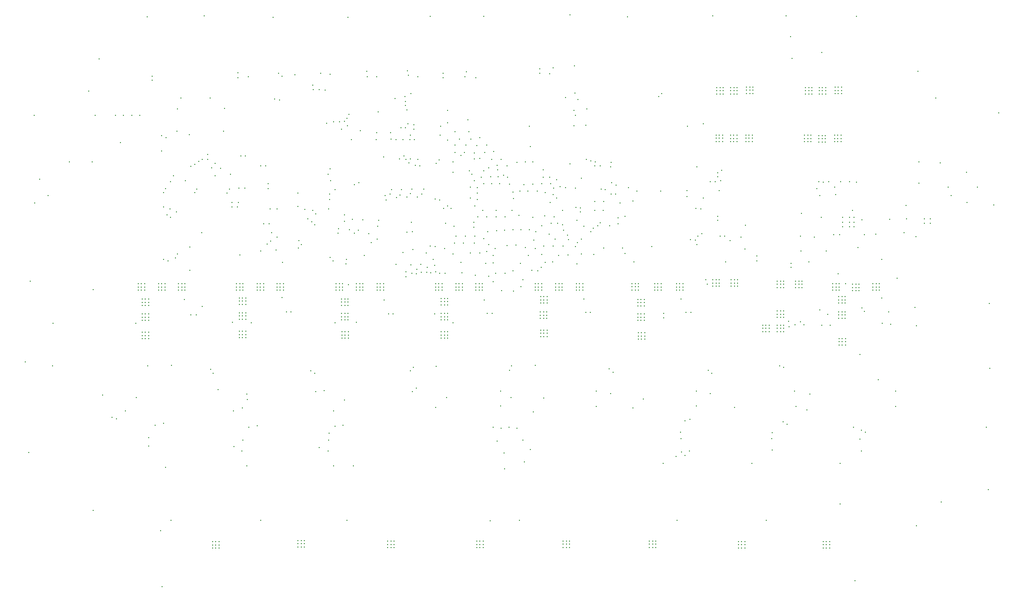
<source format=gbr>
%TF.GenerationSoftware,Altium Limited,Altium Designer,23.11.1 (41)*%
G04 Layer_Color=255*
%FSLAX45Y45*%
%MOMM*%
%TF.SameCoordinates,42F4153E-1698-40C0-8701-72EE62771F10*%
%TF.FilePolarity,Positive*%
%TF.FileFunction,Other,Filling*%
%TF.Part,Single*%
G01*
G75*
%TA.AperFunction,SMDPad,CuDef*%
%ADD113C,0.30000*%
D113*
X10685000Y6910000D02*
D03*
X11095000D02*
D03*
X9785000Y6315000D02*
D03*
X9670000Y6030000D02*
D03*
X9740000Y6090000D02*
D03*
X10149300Y6939680D02*
D03*
X10078500Y6945000D02*
D03*
X9660000Y6415000D02*
D03*
X9721026Y6554111D02*
D03*
X9722559Y6627441D02*
D03*
X9650000Y6630000D02*
D03*
X9435000Y6245000D02*
D03*
X9940000Y6280000D02*
D03*
X10065000Y6371154D02*
D03*
X10020684Y6315684D02*
D03*
X9904225Y6218672D02*
D03*
X8310000Y7275000D02*
D03*
X8410000Y7185000D02*
D03*
X7960000Y6765000D02*
D03*
Y6880000D02*
D03*
X7965000Y6975000D02*
D03*
X8070000Y7040000D02*
D03*
X8205000D02*
D03*
X8345000D02*
D03*
X9320000Y6795000D02*
D03*
X9260000Y6855000D02*
D03*
X9060000Y7035000D02*
D03*
X8910000Y7030000D02*
D03*
X8755000Y7025000D02*
D03*
X8055000Y6585000D02*
D03*
X8280000D02*
D03*
X8555000D02*
D03*
X7955000Y7695000D02*
D03*
X8300000Y7350000D02*
D03*
X8085000Y7575000D02*
D03*
X8205000Y7455000D02*
D03*
X8480000Y7150000D02*
D03*
X8515000Y7030000D02*
D03*
X8570000Y6895000D02*
D03*
X8580000Y6785000D02*
D03*
X9190000Y6175000D02*
D03*
X8690000Y6910000D02*
D03*
X8825000D02*
D03*
X8985000D02*
D03*
X9120000Y6890000D02*
D03*
X8440000Y6475000D02*
D03*
X8670000Y6495000D02*
D03*
X8910000Y6460000D02*
D03*
X9110000Y6485000D02*
D03*
X8120000Y6475000D02*
D03*
X7920000Y6655000D02*
D03*
X8285000Y6475000D02*
D03*
X7970000D02*
D03*
X9275000Y6470500D02*
D03*
X9420000Y6340000D02*
D03*
Y6585000D02*
D03*
X7905000Y6375000D02*
D03*
X9060000Y6320000D02*
D03*
X9225000Y6360000D02*
D03*
X9330000D02*
D03*
X7910000Y6025000D02*
D03*
X8955000Y5930000D02*
D03*
X9095000Y5970000D02*
D03*
X9260000D02*
D03*
X7920000Y6145000D02*
D03*
X7406000Y5930000D02*
D03*
X8125000Y5875000D02*
D03*
X7725000Y6025000D02*
D03*
X7760000Y6145000D02*
D03*
X7600000D02*
D03*
X8235000Y5810000D02*
D03*
X7900000Y6290000D02*
D03*
X8235000Y5685000D02*
D03*
X7576157Y6026382D02*
D03*
X8435000Y5510000D02*
D03*
X8575000Y5550000D02*
D03*
X8700000Y5675000D02*
D03*
X8160000Y6000000D02*
D03*
X8785000Y5950000D02*
D03*
X8925000Y6075000D02*
D03*
X8075000Y6100000D02*
D03*
X8470000Y5980000D02*
D03*
X8620000Y5985000D02*
D03*
X8140000Y6220000D02*
D03*
X8295000Y6235000D02*
D03*
X8425000Y6245000D02*
D03*
X8570000Y6255000D02*
D03*
X8710000D02*
D03*
X8855000D02*
D03*
X8965000Y6215000D02*
D03*
X8265000Y5930000D02*
D03*
X8275000Y5510000D02*
D03*
X11045000Y5325000D02*
D03*
Y5270000D02*
D03*
X11100000D02*
D03*
X11045000Y5215000D02*
D03*
X10990000D02*
D03*
X11100000D02*
D03*
X10990000Y5270000D02*
D03*
Y5325000D02*
D03*
X11100000D02*
D03*
X10660000Y5330000D02*
D03*
Y5275000D02*
D03*
X10715000D02*
D03*
X10660000Y5220000D02*
D03*
X10605000D02*
D03*
X10715000D02*
D03*
X10605000Y5275000D02*
D03*
Y5330000D02*
D03*
X10715000D02*
D03*
X10760000Y5060000D02*
D03*
Y5005000D02*
D03*
X10815000D02*
D03*
X10705000Y5005000D02*
D03*
Y5060000D02*
D03*
X10815000D02*
D03*
X10760000Y4755000D02*
D03*
X10815000D02*
D03*
X10760000Y4700000D02*
D03*
X10705000D02*
D03*
X10815000D02*
D03*
X10705000Y4755000D02*
D03*
X9095000Y4845000D02*
D03*
Y4790000D02*
D03*
X9040000Y4790000D02*
D03*
Y4845000D02*
D03*
X9150000D02*
D03*
X9100000Y5105000D02*
D03*
Y5050000D02*
D03*
X9155000D02*
D03*
X9100000Y4995000D02*
D03*
X9045000D02*
D03*
X9155000D02*
D03*
X9045000Y5050000D02*
D03*
Y5105000D02*
D03*
X9155000D02*
D03*
X9355000Y5325000D02*
D03*
Y5270000D02*
D03*
X9410000D02*
D03*
X9355000Y5215000D02*
D03*
X9300000D02*
D03*
X9410000D02*
D03*
X9300000Y5270000D02*
D03*
Y5325000D02*
D03*
X9410000D02*
D03*
X9710000D02*
D03*
Y5270000D02*
D03*
X9765000D02*
D03*
X9710000Y5215000D02*
D03*
X9655000D02*
D03*
X9765000D02*
D03*
X9655000Y5270000D02*
D03*
Y5325000D02*
D03*
X9765000D02*
D03*
X9005000D02*
D03*
Y5270000D02*
D03*
X9060000D02*
D03*
X9005000Y5215000D02*
D03*
X8950000D02*
D03*
X9060000D02*
D03*
X8950000Y5270000D02*
D03*
Y5325000D02*
D03*
X9060000D02*
D03*
X7995000D02*
D03*
Y5270000D02*
D03*
Y5215000D02*
D03*
X8050000D02*
D03*
X7940000Y5270000D02*
D03*
Y5325000D02*
D03*
X8050000D02*
D03*
X7650000Y5270000D02*
D03*
X7705000D02*
D03*
X7650000Y5215000D02*
D03*
X7595000D02*
D03*
X7705000D02*
D03*
X7595000Y5270000D02*
D03*
X7305000Y5270000D02*
D03*
X7360000D02*
D03*
X7305000Y5215000D02*
D03*
X7250000D02*
D03*
X7360000D02*
D03*
X7250000Y5270000D02*
D03*
X7400000Y5075000D02*
D03*
Y5020000D02*
D03*
X7455000D02*
D03*
X7400000Y4965000D02*
D03*
X7345000D02*
D03*
X7455000D02*
D03*
X7345000Y5020000D02*
D03*
Y5075000D02*
D03*
X7455000D02*
D03*
X7400000Y4820000D02*
D03*
Y4765000D02*
D03*
X7455000D02*
D03*
X7400000Y4710000D02*
D03*
X7345000D02*
D03*
X7455000D02*
D03*
X7345000Y4765000D02*
D03*
Y4820000D02*
D03*
X7455000D02*
D03*
X5955000Y5325000D02*
D03*
Y5270000D02*
D03*
X6010000D02*
D03*
X5955000Y5215000D02*
D03*
X5900000D02*
D03*
X6010000D02*
D03*
X5900000Y5270000D02*
D03*
Y5325000D02*
D03*
X6010000D02*
D03*
X6305000D02*
D03*
Y5270000D02*
D03*
X6360000D02*
D03*
X6305000Y5215000D02*
D03*
X6250000D02*
D03*
X6360000D02*
D03*
X6250000Y5270000D02*
D03*
Y5325000D02*
D03*
X6360000D02*
D03*
X5605000D02*
D03*
Y5270000D02*
D03*
X5660000D02*
D03*
X5605000Y5215000D02*
D03*
X5550000D02*
D03*
X5660000D02*
D03*
X5550000Y5270000D02*
D03*
Y5325000D02*
D03*
X5660000D02*
D03*
X5700000Y5070000D02*
D03*
Y5015000D02*
D03*
X5755000D02*
D03*
X5700000Y4960000D02*
D03*
X5645000D02*
D03*
X5755000D02*
D03*
X5645000Y5015000D02*
D03*
Y5070000D02*
D03*
X5755000D02*
D03*
X5700000Y4820000D02*
D03*
Y4765000D02*
D03*
X5755000D02*
D03*
X5700000Y4710000D02*
D03*
X5645000D02*
D03*
X5755000D02*
D03*
X5645000Y4765000D02*
D03*
Y4820000D02*
D03*
X5755000D02*
D03*
X4255000Y5325000D02*
D03*
Y5270000D02*
D03*
X4310000D02*
D03*
X4255000Y5215000D02*
D03*
X4200000D02*
D03*
X4310000D02*
D03*
X4200000Y5270000D02*
D03*
Y5325000D02*
D03*
X4310000D02*
D03*
X4595000D02*
D03*
Y5270000D02*
D03*
X4650000D02*
D03*
X4595000Y5215000D02*
D03*
X4540000D02*
D03*
X4650000D02*
D03*
X4540000Y5270000D02*
D03*
Y5325000D02*
D03*
X3905000D02*
D03*
Y5270000D02*
D03*
X3960000D02*
D03*
X3905000Y5215000D02*
D03*
X3850000D02*
D03*
X3960000D02*
D03*
X3850000Y5270000D02*
D03*
Y5325000D02*
D03*
X3960000D02*
D03*
X3950000Y5085000D02*
D03*
Y5030000D02*
D03*
X4005000D02*
D03*
X3950000Y4975000D02*
D03*
X3895000D02*
D03*
X4005000D02*
D03*
X3895000Y5030000D02*
D03*
Y5085000D02*
D03*
X4005000D02*
D03*
X3950000Y4830000D02*
D03*
Y4775000D02*
D03*
X4005000D02*
D03*
X3950000Y4720000D02*
D03*
X3895000D02*
D03*
X4005000D02*
D03*
X3895000Y4775000D02*
D03*
Y4830000D02*
D03*
X4005000D02*
D03*
X2570000Y5325000D02*
D03*
Y5270000D02*
D03*
X2625000D02*
D03*
X2570000Y5215000D02*
D03*
X2515000D02*
D03*
X2625000D02*
D03*
X2515000Y5270000D02*
D03*
Y5325000D02*
D03*
X2625000D02*
D03*
X2915000D02*
D03*
Y5270000D02*
D03*
X2970000D02*
D03*
X2915000Y5215000D02*
D03*
X2860000D02*
D03*
X2970000D02*
D03*
X2860000Y5270000D02*
D03*
Y5325000D02*
D03*
X2970000D02*
D03*
X2225000D02*
D03*
Y5270000D02*
D03*
X2280000D02*
D03*
X2225000Y5215000D02*
D03*
X2280000D02*
D03*
X2170000Y5325000D02*
D03*
X2280000D02*
D03*
X2290000Y5065000D02*
D03*
Y5010000D02*
D03*
X2345000D02*
D03*
X2290000Y4955000D02*
D03*
X2235000D02*
D03*
X2345000D02*
D03*
X2235000Y5010000D02*
D03*
Y5065000D02*
D03*
X2345000D02*
D03*
Y4755000D02*
D03*
Y4700000D02*
D03*
Y4810000D02*
D03*
X11420000Y5325000D02*
D03*
Y5270000D02*
D03*
X11475000D02*
D03*
X11420000Y5215000D02*
D03*
X11365000D02*
D03*
X11475000D02*
D03*
X11365000Y5270000D02*
D03*
Y5325000D02*
D03*
X11475000D02*
D03*
X12040000Y5340000D02*
D03*
X12095000D02*
D03*
X12040000Y5285000D02*
D03*
X11985000D02*
D03*
X12095000D02*
D03*
X11985000Y5340000D02*
D03*
X12355000Y5340000D02*
D03*
X12410000D02*
D03*
X12355000Y5285000D02*
D03*
X12300000D02*
D03*
X12410000D02*
D03*
X12300000Y5340000D02*
D03*
X13139999Y5320000D02*
D03*
X13195000D02*
D03*
X13139999Y5265000D02*
D03*
X13085001D02*
D03*
X13195000D02*
D03*
X13085001Y5320000D02*
D03*
X13455000Y5320000D02*
D03*
X13510001D02*
D03*
X13455000Y5265000D02*
D03*
X13400000D02*
D03*
X13510001D02*
D03*
X13400000Y5320000D02*
D03*
X13139999Y4860000D02*
D03*
Y4805000D02*
D03*
X13195000D02*
D03*
X13139999Y4750000D02*
D03*
X13085001D02*
D03*
X13195000D02*
D03*
X13085001Y4805000D02*
D03*
Y4860000D02*
D03*
X13195000D02*
D03*
X14089999Y5325000D02*
D03*
Y5270000D02*
D03*
X14145000D02*
D03*
X14089999Y5215000D02*
D03*
X14035001D02*
D03*
X14145000D02*
D03*
X14035001Y5270000D02*
D03*
Y5325000D02*
D03*
X14145000D02*
D03*
X14430000Y5320000D02*
D03*
Y5265000D02*
D03*
X14485001D02*
D03*
X14430000Y5210000D02*
D03*
X14375000D02*
D03*
X14485001D02*
D03*
X14375000Y5265000D02*
D03*
Y5320000D02*
D03*
X14485001D02*
D03*
X14775000Y5325000D02*
D03*
Y5270000D02*
D03*
X14830000D02*
D03*
X14775000Y5215000D02*
D03*
X14720000D02*
D03*
X14830000D02*
D03*
X14720000Y5270000D02*
D03*
Y5325000D02*
D03*
X14830000D02*
D03*
X14189999Y5105000D02*
D03*
Y5050000D02*
D03*
X14245000D02*
D03*
X14189999Y4995000D02*
D03*
X14135001D02*
D03*
X14245000D02*
D03*
X14135001Y5050000D02*
D03*
Y5105000D02*
D03*
X14245000D02*
D03*
X14189999Y4850000D02*
D03*
Y4795000D02*
D03*
X14245000D02*
D03*
X14189999Y4740000D02*
D03*
X14135001D02*
D03*
X14245000D02*
D03*
X14135001Y4795000D02*
D03*
Y4850000D02*
D03*
X14245000D02*
D03*
X12150000Y7870000D02*
D03*
X12040000D02*
D03*
Y7815000D02*
D03*
X12150000Y7760000D02*
D03*
X12040000D02*
D03*
X12095000D02*
D03*
X12150000Y7815000D02*
D03*
X12095000D02*
D03*
Y7870000D02*
D03*
X12395000Y7865000D02*
D03*
X12285000D02*
D03*
Y7810000D02*
D03*
X12395000Y7755000D02*
D03*
X12285000D02*
D03*
X12340000D02*
D03*
X12395000Y7810000D02*
D03*
X12340000D02*
D03*
Y7865000D02*
D03*
X12660000Y7870000D02*
D03*
X12550000D02*
D03*
Y7815000D02*
D03*
X12660000Y7760000D02*
D03*
X12550000D02*
D03*
X12605000D02*
D03*
X12660000Y7815000D02*
D03*
X12605000D02*
D03*
Y7870000D02*
D03*
X12165000Y8685000D02*
D03*
X12055000D02*
D03*
Y8630000D02*
D03*
X12165000Y8575000D02*
D03*
X12055000D02*
D03*
X12110000D02*
D03*
X12165000Y8630000D02*
D03*
X12110000D02*
D03*
Y8685000D02*
D03*
X12400000D02*
D03*
X12290000D02*
D03*
Y8630000D02*
D03*
X12400000Y8575000D02*
D03*
X12290000D02*
D03*
X12345000D02*
D03*
X12400000Y8630000D02*
D03*
X12345000D02*
D03*
Y8685000D02*
D03*
X12670000Y8690000D02*
D03*
X12560000D02*
D03*
Y8635000D02*
D03*
X12670000Y8580000D02*
D03*
X12560000D02*
D03*
X12615000D02*
D03*
X12670000Y8635000D02*
D03*
X12615000D02*
D03*
Y8690000D02*
D03*
X12945000Y4620000D02*
D03*
X12835001D02*
D03*
Y4565000D02*
D03*
X12945000Y4510000D02*
D03*
X12835001D02*
D03*
X12889999D02*
D03*
X12945000Y4565000D02*
D03*
X12889999D02*
D03*
Y4620000D02*
D03*
X14250000Y4390000D02*
D03*
X14139999D02*
D03*
Y4335000D02*
D03*
Y4280000D02*
D03*
X14195000Y4390000D02*
D03*
X10765000Y4490000D02*
D03*
Y4435000D02*
D03*
X10820000D02*
D03*
X10765000Y4380000D02*
D03*
X10710000D02*
D03*
X10820000D02*
D03*
X10710000Y4435000D02*
D03*
Y4490000D02*
D03*
X10820000D02*
D03*
X7400000Y4505000D02*
D03*
X7455000Y4450000D02*
D03*
Y4505000D02*
D03*
X5705000D02*
D03*
Y4450000D02*
D03*
X5760000D02*
D03*
X5650000Y4505000D02*
D03*
X5760000D02*
D03*
X3950000Y4515000D02*
D03*
Y4460000D02*
D03*
X3895000Y4405000D02*
D03*
Y4460000D02*
D03*
Y4515000D02*
D03*
X8110000Y5680000D02*
D03*
X7550000Y5840000D02*
D03*
X8230000Y5360000D02*
D03*
X8380000Y5210000D02*
D03*
X8580541Y5202687D02*
D03*
X8710000Y5280000D02*
D03*
X8740000Y5400000D02*
D03*
X8892365Y5560279D02*
D03*
X9640000Y5960000D02*
D03*
X9290000Y6090000D02*
D03*
X9090000Y7150000D02*
D03*
X8640000Y7400000D02*
D03*
X8470000Y7340000D02*
D03*
X8320000Y7160000D02*
D03*
X8190000D02*
D03*
X8030000Y7150000D02*
D03*
X7910000Y7090000D02*
D03*
X7840000Y6980000D02*
D03*
Y6790000D02*
D03*
X8070000Y7260000D02*
D03*
X8160000Y7310000D02*
D03*
X8000000Y7470000D02*
D03*
X7910000Y7460000D02*
D03*
Y7560000D02*
D03*
X7580000Y7570000D02*
D03*
X7770000Y7700000D02*
D03*
X7580000D02*
D03*
X7450000Y7780000D02*
D03*
X7660000Y7800000D02*
D03*
X7850000D02*
D03*
X8370000Y7450000D02*
D03*
X8120000Y7700000D02*
D03*
X8000000Y7830000D02*
D03*
X7820000Y7930000D02*
D03*
X7580000D02*
D03*
X7330000Y7870000D02*
D03*
X14128613Y8687731D02*
D03*
Y8632731D02*
D03*
X14183614D02*
D03*
X14128613Y8577731D02*
D03*
X14073613D02*
D03*
X14183614D02*
D03*
X14073613Y8632731D02*
D03*
Y8687731D02*
D03*
X14183614D02*
D03*
X13858614Y8682731D02*
D03*
Y8627731D02*
D03*
X13913612D02*
D03*
X13858614Y8572731D02*
D03*
X13803613D02*
D03*
X13913612D02*
D03*
X13803613Y8627731D02*
D03*
Y8682731D02*
D03*
X13913612D02*
D03*
X13623613D02*
D03*
Y8627731D02*
D03*
X13678613D02*
D03*
X13623613Y8572731D02*
D03*
X13568613D02*
D03*
X13678613D02*
D03*
X13568613Y8627731D02*
D03*
Y8682731D02*
D03*
X13678613D02*
D03*
X14118613Y7867731D02*
D03*
Y7812731D02*
D03*
X14173613D02*
D03*
X14118613Y7757731D02*
D03*
X14063612D02*
D03*
X14173613D02*
D03*
X14063612Y7812731D02*
D03*
Y7867731D02*
D03*
X14173613D02*
D03*
X13853613Y7862731D02*
D03*
Y7807731D02*
D03*
X13908614D02*
D03*
X13853613Y7752731D02*
D03*
X13798613D02*
D03*
X13908614D02*
D03*
X13798613Y7807731D02*
D03*
Y7862731D02*
D03*
X13908614D02*
D03*
X13608614Y7867731D02*
D03*
Y7812731D02*
D03*
X13663612D02*
D03*
X13608614Y7757731D02*
D03*
X13553613D02*
D03*
X13663612D02*
D03*
X13553613Y7812731D02*
D03*
Y7867731D02*
D03*
X13663612D02*
D03*
X9630000Y8590000D02*
D03*
X9620000Y9050000D02*
D03*
X9610000Y8290000D02*
D03*
Y8030000D02*
D03*
X9640000Y8210000D02*
D03*
X10255000Y7060000D02*
D03*
X10060000Y7340000D02*
D03*
X9970000D02*
D03*
X9740000Y7130000D02*
D03*
X9640000Y6960000D02*
D03*
X10120000Y5935000D02*
D03*
X10440000D02*
D03*
X10940000Y5960000D02*
D03*
X9660000Y5670000D02*
D03*
X9050000Y5610000D02*
D03*
X7090000Y5850000D02*
D03*
X6860000Y5910000D02*
D03*
X5780000Y6250000D02*
D03*
X5930000Y6240000D02*
D03*
X6480000Y7910000D02*
D03*
X7550000Y7410000D02*
D03*
X7560000Y6310000D02*
D03*
X7240000Y5960000D02*
D03*
X9540000Y930000D02*
D03*
X9430000D02*
D03*
Y875000D02*
D03*
X9540000Y820000D02*
D03*
X9430000D02*
D03*
X9485000D02*
D03*
X9540000Y875000D02*
D03*
X9485000D02*
D03*
Y930000D02*
D03*
X11010000D02*
D03*
X10900000D02*
D03*
Y875000D02*
D03*
X11010000Y820000D02*
D03*
X10900000D02*
D03*
X10955000D02*
D03*
X11010000Y875000D02*
D03*
X10955000D02*
D03*
Y930000D02*
D03*
X12530000Y920000D02*
D03*
X12420000D02*
D03*
Y865000D02*
D03*
X12530000Y810000D02*
D03*
X12420000D02*
D03*
X12475000D02*
D03*
X12530000Y865000D02*
D03*
X12475000D02*
D03*
Y920000D02*
D03*
X13980000D02*
D03*
X13870000D02*
D03*
Y865000D02*
D03*
X13980000Y810000D02*
D03*
X13870000D02*
D03*
X13925000D02*
D03*
X13980000Y865000D02*
D03*
X13925000D02*
D03*
Y920000D02*
D03*
X2730000Y1280000D02*
D03*
X14160001Y1560000D02*
D03*
X14161761Y2258695D02*
D03*
X14389783Y2874767D02*
D03*
X14500000Y2670000D02*
D03*
X12652308Y2258695D02*
D03*
X12989999Y2680000D02*
D03*
X11140000Y2258695D02*
D03*
X8640000Y2860000D02*
D03*
X8740000Y2650000D02*
D03*
X8300000Y2640000D02*
D03*
X8370000Y2860000D02*
D03*
X5503161Y2208811D02*
D03*
X5260953Y2526923D02*
D03*
X5530000Y2890000D02*
D03*
X3800645Y2541651D02*
D03*
X4060000Y2870000D02*
D03*
X2640000Y2190000D02*
D03*
X2344400Y2552038D02*
D03*
X2460000Y2910000D02*
D03*
X1950000Y3150000D02*
D03*
X1560000Y3420000D02*
D03*
X3800000Y3150000D02*
D03*
X3536073Y3519908D02*
D03*
X4030000Y3350000D02*
D03*
X5205715Y3485203D02*
D03*
X5690000Y3340000D02*
D03*
X6920724Y3538210D02*
D03*
X7250000Y3210000D02*
D03*
X8540000Y3380000D02*
D03*
X8920000Y3140000D02*
D03*
X10620000Y3200000D02*
D03*
X10240000Y3450000D02*
D03*
X11940000D02*
D03*
X13639999Y3440000D02*
D03*
X13589999Y3170000D02*
D03*
X15019914Y4633312D02*
D03*
X14989999Y4850000D02*
D03*
X14870000Y5080000D02*
D03*
X13989999Y4620000D02*
D03*
X13950000Y4800000D02*
D03*
X13810001Y4880000D02*
D03*
X11610000Y4835000D02*
D03*
X11440000Y5070000D02*
D03*
X9780000D02*
D03*
X6525000Y4815000D02*
D03*
X6370000Y5050000D02*
D03*
X4775000Y4845000D02*
D03*
X4630000Y5090000D02*
D03*
X3161033Y4795406D02*
D03*
X2960000Y5060000D02*
D03*
X7440000Y3380000D02*
D03*
X9100000Y3370000D02*
D03*
X12360000Y3210000D02*
D03*
X14320000Y6460000D02*
D03*
Y6380000D02*
D03*
Y6300000D02*
D03*
X14400000D02*
D03*
Y6380000D02*
D03*
Y6460000D02*
D03*
X14085001Y6850000D02*
D03*
X13764999Y6955000D02*
D03*
X14070000Y6980000D02*
D03*
X14170000Y7070000D02*
D03*
X14320000D02*
D03*
X14439999Y7065000D02*
D03*
X14199130Y6460000D02*
D03*
X13480000Y6140000D02*
D03*
X13489999Y5890000D02*
D03*
X13500000Y6530000D02*
D03*
X14870000Y5740000D02*
D03*
X12110000Y6140000D02*
D03*
X12190000D02*
D03*
X12070000Y6410000D02*
D03*
Y6480000D02*
D03*
X12540000Y6330000D02*
D03*
X15870000Y7395000D02*
D03*
X15505000Y7415000D02*
D03*
X12095000Y6920000D02*
D03*
X11825000Y6790000D02*
D03*
X9430000Y5970000D02*
D03*
X7696187Y5513819D02*
D03*
X2600000Y2940000D02*
D03*
X2290000Y4810000D02*
D03*
Y4700000D02*
D03*
Y4755000D02*
D03*
X2170000Y5270000D02*
D03*
Y5215000D02*
D03*
X2140000Y3380000D02*
D03*
X2235000Y4755000D02*
D03*
Y4495000D02*
D03*
Y4700000D02*
D03*
Y4440000D02*
D03*
Y4810000D02*
D03*
Y4385000D02*
D03*
X2345000Y4495000D02*
D03*
X2290000D02*
D03*
Y4440000D02*
D03*
Y4385000D02*
D03*
X2345000D02*
D03*
Y4440000D02*
D03*
X4200000Y2895000D02*
D03*
X2710000Y6610000D02*
D03*
X5665000Y2910000D02*
D03*
X5510000Y3150000D02*
D03*
X3950000Y4405000D02*
D03*
X4005000D02*
D03*
Y4460000D02*
D03*
Y4515000D02*
D03*
X8235000Y2870000D02*
D03*
X7345000Y4450000D02*
D03*
Y4505000D02*
D03*
Y4395000D02*
D03*
X7400000Y4450000D02*
D03*
X2725000Y7075000D02*
D03*
X8500000Y2870000D02*
D03*
X7400000Y4395000D02*
D03*
X7455000D02*
D03*
X3890000Y6960000D02*
D03*
X3485000Y7175000D02*
D03*
X10800000Y3360000D02*
D03*
X4650000Y5325000D02*
D03*
X3690000Y6880000D02*
D03*
X12995467Y2779671D02*
D03*
X3995000Y6965000D02*
D03*
X14519450Y2824632D02*
D03*
X4445000Y6200000D02*
D03*
X5585000Y6190000D02*
D03*
X3260000Y4940000D02*
D03*
X4545000Y6125000D02*
D03*
X4375000Y6005000D02*
D03*
X4405000Y6350000D02*
D03*
X8050000Y5270000D02*
D03*
X6030000Y5810000D02*
D03*
X7925000Y5471000D02*
D03*
X8153580Y5458500D02*
D03*
X11145000Y4820000D02*
D03*
X10705000Y4810000D02*
D03*
X10760000D02*
D03*
X9890000Y4840000D02*
D03*
X10815000Y4950000D02*
D03*
X10760000D02*
D03*
X10705000D02*
D03*
X5760000Y4395000D02*
D03*
X5650000Y4450000D02*
D03*
X5705000Y4395000D02*
D03*
X5650000D02*
D03*
X13545000Y4625000D02*
D03*
X13085001Y4620000D02*
D03*
Y4565000D02*
D03*
X13139999Y4620000D02*
D03*
Y4510000D02*
D03*
X13085001D02*
D03*
X13195000Y4620000D02*
D03*
X13139999Y4565000D02*
D03*
X14575000Y4855000D02*
D03*
X14195000Y4335000D02*
D03*
X14250000Y4280000D02*
D03*
Y4335000D02*
D03*
X14195000Y4280000D02*
D03*
X11710000Y7330000D02*
D03*
X11780000Y6610000D02*
D03*
X9900000Y7430000D02*
D03*
X11825000Y8065000D02*
D03*
X11550000Y8025000D02*
D03*
X9835000Y8315000D02*
D03*
X9815000Y8040000D02*
D03*
X9680000Y8475000D02*
D03*
X4050000Y8865000D02*
D03*
X4850000Y8900000D02*
D03*
X6240000Y8865000D02*
D03*
X7750000D02*
D03*
X9193932Y8914896D02*
D03*
X9970000Y6730000D02*
D03*
X10115000Y6585000D02*
D03*
X9970000D02*
D03*
X2345000Y2695000D02*
D03*
X14525000Y2465000D02*
D03*
X13000000Y2485000D02*
D03*
X11450000Y2450000D02*
D03*
X8865000Y2495000D02*
D03*
X8420000Y2435000D02*
D03*
X8430000Y2160000D02*
D03*
X5425000Y2655000D02*
D03*
X3960000D02*
D03*
X11440000Y2680000D02*
D03*
X11695000Y6615000D02*
D03*
X11530000Y4835000D02*
D03*
X10815000Y4810000D02*
D03*
X9155000Y4480000D02*
D03*
X9100000D02*
D03*
X9155000Y4425000D02*
D03*
X9045000Y4480000D02*
D03*
X9100000Y4425000D02*
D03*
X9045000D02*
D03*
Y4535000D02*
D03*
X9155000D02*
D03*
X9100000D02*
D03*
X9040000Y4735000D02*
D03*
X9095000D02*
D03*
X9150000Y4790000D02*
D03*
Y4735000D02*
D03*
X9815000Y4840000D02*
D03*
X9024999Y8930000D02*
D03*
X7380000D02*
D03*
X5285000D02*
D03*
X4570000D02*
D03*
X3875000Y8935000D02*
D03*
X9520965Y6085818D02*
D03*
X9505000Y6155000D02*
D03*
X6107500Y6187500D02*
D03*
X6488336Y7797500D02*
D03*
X7680000Y7525000D02*
D03*
X7740000Y7570000D02*
D03*
X5590000Y6266952D02*
D03*
X3065000Y4795000D02*
D03*
X4700000Y4845000D02*
D03*
X6450000Y4815000D02*
D03*
X8135000Y4820000D02*
D03*
X13850000Y4615000D02*
D03*
X9470000Y8510000D02*
D03*
X5360000Y8640000D02*
D03*
X4500000Y8485000D02*
D03*
X3925000Y7510000D02*
D03*
X4385000Y6955000D02*
D03*
X12021998Y7073003D02*
D03*
X7320000Y6760000D02*
D03*
X7450000Y6655000D02*
D03*
X5730000Y5740000D02*
D03*
X6150000Y6030000D02*
D03*
X12115000Y7090000D02*
D03*
X12140000Y7270000D02*
D03*
X11940000Y7070000D02*
D03*
X5425000Y6610039D02*
D03*
X5437500Y6857500D02*
D03*
X4260000Y7345000D02*
D03*
X5447252Y7293012D02*
D03*
X5530000Y6940000D02*
D03*
X5440000Y6770000D02*
D03*
X4345000Y7340000D02*
D03*
X7385000Y6615000D02*
D03*
X7240000Y6780000D02*
D03*
X3885000Y6715000D02*
D03*
X3865000Y6645000D02*
D03*
X5690000Y6397550D02*
D03*
X5019241Y6597078D02*
D03*
X4543161Y6609858D02*
D03*
X3775000Y6640000D02*
D03*
X3770000Y6720000D02*
D03*
X2605000Y6645000D02*
D03*
X3050000Y5560000D02*
D03*
X13385001Y4630000D02*
D03*
X13195000Y4565000D02*
D03*
Y4510000D02*
D03*
X5390000Y8075000D02*
D03*
X6010000Y6425000D02*
D03*
X5605000Y8100000D02*
D03*
X2645000Y7830000D02*
D03*
X4021288Y2208835D02*
D03*
X5155000Y8720000D02*
D03*
X5445000Y8912081D02*
D03*
X6825000Y8580000D02*
D03*
X6945000Y8865000D02*
D03*
X7310000Y7445000D02*
D03*
X7335000Y8020000D02*
D03*
X7936682Y8847597D02*
D03*
X5510000Y8100000D02*
D03*
X5745000Y8030000D02*
D03*
X13285001Y4595000D02*
D03*
X13280000Y4685000D02*
D03*
X13480000Y4675000D02*
D03*
X7940000Y5215000D02*
D03*
X8080000Y5050000D02*
D03*
X7595000Y5325000D02*
D03*
X7650000D02*
D03*
X7705000D02*
D03*
X7050000Y6950000D02*
D03*
X11910000Y3850000D02*
D03*
X8215000Y4820000D02*
D03*
X7407280Y5510084D02*
D03*
X6855000Y6215000D02*
D03*
X10211406Y3873594D02*
D03*
X7360000Y5325000D02*
D03*
X7250000D02*
D03*
X7305000D02*
D03*
X7235000Y5645000D02*
D03*
X7250000Y5530000D02*
D03*
X7320000Y5510000D02*
D03*
X7170000Y5515000D02*
D03*
X7110000Y5605000D02*
D03*
X7211961Y5740299D02*
D03*
X6845000Y6945000D02*
D03*
X10240213Y7328415D02*
D03*
X8515000Y3850000D02*
D03*
X7095000Y5520000D02*
D03*
X6815000Y3840000D02*
D03*
X7005000Y5520000D02*
D03*
X5120000Y3840000D02*
D03*
X7000000Y5660660D02*
D03*
X6760000Y6210000D02*
D03*
X3410000Y3865000D02*
D03*
X6825000Y5650000D02*
D03*
X6690000Y5860000D02*
D03*
X6495000Y6940000D02*
D03*
X1720000Y3040000D02*
D03*
X6926541Y5572302D02*
D03*
X6845000Y5502522D02*
D03*
X6920000Y5500000D02*
D03*
X6739670Y5444670D02*
D03*
X6739427Y5534606D02*
D03*
X13795000Y7070000D02*
D03*
X14125000Y5495000D02*
D03*
X14050000Y6165000D02*
D03*
X2605000Y6885000D02*
D03*
X2840000Y5840000D02*
D03*
X3055000Y5955000D02*
D03*
X4526112Y5902694D02*
D03*
X6735000Y8376000D02*
D03*
Y8447000D02*
D03*
X6360000Y7500000D02*
D03*
X3170000Y6950000D02*
D03*
X6815000Y7465000D02*
D03*
X6900000Y7355000D02*
D03*
X6950000Y7455000D02*
D03*
X6815000Y7870000D02*
D03*
X3420000Y7310000D02*
D03*
X3482455Y7384726D02*
D03*
X3625000Y7935000D02*
D03*
X6233620Y7794999D02*
D03*
X6240000Y7910000D02*
D03*
X6655000Y7995000D02*
D03*
X6875000Y7970000D02*
D03*
X6880000Y8050000D02*
D03*
X6730000Y7995000D02*
D03*
X6980000Y7345000D02*
D03*
X3360000Y7455000D02*
D03*
X3355000Y7535500D02*
D03*
X6777023Y8065000D02*
D03*
X4904169Y5935948D02*
D03*
X7839770Y5850263D02*
D03*
X8007111Y5851462D02*
D03*
X8829670Y5810330D02*
D03*
X9061500Y5829067D02*
D03*
X9120000Y5695000D02*
D03*
X9350000Y5810000D02*
D03*
X9510000Y5820000D02*
D03*
X9250000Y5700000D02*
D03*
X10640000D02*
D03*
X12277889Y6062111D02*
D03*
X12465000Y6125000D02*
D03*
X12740000Y5715000D02*
D03*
X13320000Y5675000D02*
D03*
X6635000Y7465000D02*
D03*
X6708500Y7516550D02*
D03*
X6744714Y7454959D02*
D03*
X6793000Y7397494D02*
D03*
X6665000Y6935000D02*
D03*
X6585000Y6800000D02*
D03*
X10547500Y6972500D02*
D03*
X6253286Y6086714D02*
D03*
X5860000Y6190000D02*
D03*
X5865000Y7020000D02*
D03*
X7420000Y6365000D02*
D03*
X7450000Y8080000D02*
D03*
X10622500Y6742500D02*
D03*
X10402500Y6707500D02*
D03*
X10370000Y6455001D02*
D03*
X10225000Y6320000D02*
D03*
X10482500Y6477500D02*
D03*
X10370000Y6350000D02*
D03*
X10330000Y7010000D02*
D03*
X10251920Y6865352D02*
D03*
X10322460Y6857284D02*
D03*
X2773000Y7175000D02*
D03*
X2975000Y7090000D02*
D03*
X3745000Y7198500D02*
D03*
X7865000Y7200000D02*
D03*
X9265000Y6960000D02*
D03*
X9380000Y6990000D02*
D03*
X9090000Y7280000D02*
D03*
X9200000Y7150000D02*
D03*
X9215000Y7040000D02*
D03*
X9320000Y7110000D02*
D03*
X9470000Y6970000D02*
D03*
X6760000Y8300000D02*
D03*
X10120000Y6730000D02*
D03*
X13400000Y5371500D02*
D03*
X13630000Y5700000D02*
D03*
X13085001Y5375000D02*
D03*
X13195000D02*
D03*
X13139999D02*
D03*
X12410000Y5395000D02*
D03*
X12095000D02*
D03*
X12040000D02*
D03*
X12300000D02*
D03*
X12355000D02*
D03*
X11985000D02*
D03*
X12200000Y5700000D02*
D03*
X11864840Y5399840D02*
D03*
X11890000Y5320000D02*
D03*
X13455000Y5371500D02*
D03*
X13510001D02*
D03*
X8780000Y7410000D02*
D03*
X8910000D02*
D03*
X8240000Y7588500D02*
D03*
X7160000Y5975000D02*
D03*
X7515000Y6615000D02*
D03*
X9205000Y6715000D02*
D03*
X11545000Y6820000D02*
D03*
X11540000Y6920000D02*
D03*
X11114562Y8578529D02*
D03*
X11064358Y8528324D02*
D03*
X6723459Y8529959D02*
D03*
X12070000Y7229000D02*
D03*
Y7158000D02*
D03*
X5185000Y6335000D02*
D03*
X5200000Y6525000D02*
D03*
X5150000Y6583500D02*
D03*
X5450000Y5775000D02*
D03*
X5715000Y5665000D02*
D03*
X5495000Y5715000D02*
D03*
X4910000Y6065000D02*
D03*
X4955000Y5995000D02*
D03*
X4435000Y6060000D02*
D03*
X4310000Y6350000D02*
D03*
X4000000Y7510000D02*
D03*
X3045000Y7880000D02*
D03*
X2570000Y7860000D02*
D03*
X3645000Y8325000D02*
D03*
X3400000Y8500000D02*
D03*
X2565000Y7600000D02*
D03*
X2835000Y7935000D02*
D03*
X1385000Y7410000D02*
D03*
X997142Y7409179D02*
D03*
X395000Y8205000D02*
D03*
X1435000D02*
D03*
X325000Y5375000D02*
D03*
X1400000Y5225000D02*
D03*
X4260000Y1285000D02*
D03*
X5735000Y1280000D02*
D03*
X8180000Y1275000D02*
D03*
X8685000Y1285000D02*
D03*
X11370000Y1280000D02*
D03*
X12895000D02*
D03*
X14589452Y2789632D02*
D03*
X11590143Y3012672D02*
D03*
X3450000Y3800000D02*
D03*
X5185000Y3795000D02*
D03*
X6870000Y3895000D02*
D03*
X8550000Y3920000D02*
D03*
X10285000Y3810000D02*
D03*
X13130000Y3925000D02*
D03*
X11970000Y3795000D02*
D03*
X13195000Y3895000D02*
D03*
X14530000Y4915000D02*
D03*
X14880000Y4655000D02*
D03*
X11145000Y4745000D02*
D03*
X2680000Y5715000D02*
D03*
X2805000Y5770000D02*
D03*
X2600000Y5740000D02*
D03*
X2635000Y6955000D02*
D03*
X3140000Y6885000D02*
D03*
X4385000Y7035000D02*
D03*
X3725330Y6944670D02*
D03*
X3135000Y7365000D02*
D03*
X3205000Y7418500D02*
D03*
X3265106Y7456292D02*
D03*
X3071496Y7333248D02*
D03*
X4580000Y8470000D02*
D03*
X5260000Y8645000D02*
D03*
X5160000D02*
D03*
X3875000Y8850000D02*
D03*
X4625000Y8875000D02*
D03*
X6075000Y8965000D02*
D03*
X6085000Y8870000D02*
D03*
X6770000Y8970000D02*
D03*
X6785000Y8895000D02*
D03*
X7375000Y8855000D02*
D03*
X9024999Y9005000D02*
D03*
X10245000Y7405000D02*
D03*
X9975000Y7415000D02*
D03*
X9825000Y7450000D02*
D03*
X11685000Y6075000D02*
D03*
X11605000Y6080000D02*
D03*
X11715000Y6000000D02*
D03*
X11730000Y6140000D02*
D03*
X11797309Y6186759D02*
D03*
X6760000Y6810000D02*
D03*
X6940000D02*
D03*
X7010000Y6865000D02*
D03*
X6820000Y6870000D02*
D03*
X6645000Y6845000D02*
D03*
X6400000Y6760000D02*
D03*
X7260000Y7390000D02*
D03*
X7825000Y7260000D02*
D03*
X5935000Y7055000D02*
D03*
X1795000Y3020000D02*
D03*
X1400000Y1455000D02*
D03*
X300000Y2440000D02*
D03*
X240000Y3995000D02*
D03*
X2580000Y145000D02*
D03*
X2555000Y1100000D02*
D03*
X14410001Y250000D02*
D03*
X15461340Y1191161D02*
D03*
X15889999Y1595000D02*
D03*
X16695000Y1810000D02*
D03*
X16660001Y2875000D02*
D03*
X16720000Y3880000D02*
D03*
X16710001Y4990000D02*
D03*
X16780000Y6675000D02*
D03*
X16870000Y8250000D02*
D03*
X15795000Y8500000D02*
D03*
X15489999Y8960000D02*
D03*
X14439999Y9900000D02*
D03*
X13845000Y9285000D02*
D03*
X13335001Y9185000D02*
D03*
X13310001Y9550000D02*
D03*
X13239999Y9910000D02*
D03*
X11985000Y9905000D02*
D03*
X10530000Y9895000D02*
D03*
X9545000Y9925000D02*
D03*
X8075000Y9900000D02*
D03*
X7160000D02*
D03*
X5755000Y9880000D02*
D03*
X4470000Y9885000D02*
D03*
X3295000Y9905000D02*
D03*
X2320000Y9890000D02*
D03*
X1504927Y9168770D02*
D03*
X1325000Y8620000D02*
D03*
X5640000Y7970000D02*
D03*
X5815000Y7795000D02*
D03*
X5960000Y7945000D02*
D03*
X6270000Y8265000D02*
D03*
X6555000Y8495000D02*
D03*
X8850147Y8017918D02*
D03*
X7798226Y8129193D02*
D03*
X8865000Y7675000D02*
D03*
X9950000Y5825000D02*
D03*
X9740000Y5835000D02*
D03*
X6475000Y6865000D02*
D03*
X6390000Y6835000D02*
D03*
X5130000Y6390000D02*
D03*
X5070000Y6440000D02*
D03*
X2662580Y6506760D02*
D03*
X2720000Y6465000D02*
D03*
X2820190Y6555000D02*
D03*
X6540000Y870000D02*
D03*
X4900000Y935000D02*
D03*
X8005000Y925000D02*
D03*
X7950000Y815000D02*
D03*
Y870000D02*
D03*
X8005000Y815000D02*
D03*
X6540000Y925000D02*
D03*
X3440000Y805000D02*
D03*
X3550000Y860000D02*
D03*
X3440000Y915000D02*
D03*
X6485000Y925000D02*
D03*
X5010000Y825000D02*
D03*
X4955000D02*
D03*
X6485000Y870000D02*
D03*
X8005000D02*
D03*
X6430000Y870000D02*
D03*
Y815000D02*
D03*
X5010000Y935000D02*
D03*
X3550000Y805000D02*
D03*
X7950000Y925000D02*
D03*
X8060000Y815000D02*
D03*
X3550000Y915000D02*
D03*
X4955000Y935000D02*
D03*
X4900000Y880000D02*
D03*
X3495000Y805000D02*
D03*
Y860000D02*
D03*
Y915000D02*
D03*
X8060000Y870000D02*
D03*
X6430000Y925000D02*
D03*
X4900000Y825000D02*
D03*
X5010000Y880000D02*
D03*
X4955000D02*
D03*
X3440000Y860000D02*
D03*
X8060000Y925000D02*
D03*
X6540000Y815000D02*
D03*
X6485000D02*
D03*
X13720000Y6125000D02*
D03*
X14464999Y5950000D02*
D03*
X15130000Y5420000D02*
D03*
X14250000Y5330000D02*
D03*
X14499409Y4116097D02*
D03*
X14814999Y3685000D02*
D03*
X7230000Y4810000D02*
D03*
X7550000Y4660000D02*
D03*
X8955000Y3930000D02*
D03*
X7260000Y3915000D02*
D03*
X2735000Y3930000D02*
D03*
X2330000Y3920000D02*
D03*
X2125000Y4650000D02*
D03*
X715000Y4655000D02*
D03*
X710000Y3920000D02*
D03*
X1870000Y7740000D02*
D03*
X2895000Y8500000D02*
D03*
X7455000Y8290000D02*
D03*
X7545000Y7230000D02*
D03*
X6835000Y6380000D02*
D03*
X5760000Y5315000D02*
D03*
X5535000Y4660000D02*
D03*
X5900000Y4665000D02*
D03*
X4100000Y4660000D02*
D03*
X3780000Y4670000D02*
D03*
X4261979Y5885984D02*
D03*
X3910000Y5820000D02*
D03*
X3255000Y6205000D02*
D03*
X12535352Y5922589D02*
D03*
X5690449Y6504550D02*
D03*
X5826241Y6430730D02*
D03*
X12740000Y5800000D02*
D03*
X13323077Y5611528D02*
D03*
X5415526Y7198825D02*
D03*
X9260000Y9020000D02*
D03*
X11510817Y2982150D02*
D03*
X11433659Y2786500D02*
D03*
X13404553Y3232172D02*
D03*
X13187663Y2968422D02*
D03*
X13257663Y2923422D02*
D03*
X4024915Y3436988D02*
D03*
X3949463Y3202397D02*
D03*
X15108311Y3488915D02*
D03*
Y3230017D02*
D03*
X13381219Y3490442D02*
D03*
X11704945Y3489529D02*
D03*
X11702700Y3234868D02*
D03*
X9996365Y3490652D02*
D03*
X9992999Y3228139D02*
D03*
X8359581Y3487286D02*
D03*
X8360703Y3240479D02*
D03*
X6849483Y3483054D02*
D03*
X5341465Y3500388D02*
D03*
X2410000Y8810000D02*
D03*
Y8880000D02*
D03*
X2200000Y8210000D02*
D03*
X2060000D02*
D03*
X1920000D02*
D03*
X1780000D02*
D03*
X6570000Y7790000D02*
D03*
X6690000D02*
D03*
X6810000D02*
D03*
X6890000D02*
D03*
X10488604Y5845523D02*
D03*
X7685683Y5690890D02*
D03*
X485147Y7112461D02*
D03*
X627857Y6836174D02*
D03*
X402946Y6708306D02*
D03*
X16056596Y6837054D02*
D03*
X16326405Y6720639D02*
D03*
X16505820Y6980176D02*
D03*
X16321611Y7230810D02*
D03*
X16005237Y6976752D02*
D03*
X14768398Y6179457D02*
D03*
X14570688Y6163523D02*
D03*
X13873396Y7067457D02*
D03*
X13967805Y7070749D02*
D03*
X14150850Y6165000D02*
D03*
X14199130Y6380000D02*
D03*
Y6300000D02*
D03*
X15251007Y6204846D02*
D03*
X15454202Y6136146D02*
D03*
X15596590Y6437309D02*
D03*
X15441333Y4922605D02*
D03*
X15595975Y6358438D02*
D03*
X11508823Y2395012D02*
D03*
X11585671Y2463462D02*
D03*
X11359877Y2377988D02*
D03*
X5430000Y2770000D02*
D03*
X3936060Y2465910D02*
D03*
X8766194Y2277461D02*
D03*
X5414459Y2469103D02*
D03*
X5842000Y2215000D02*
D03*
X8996405Y5550209D02*
D03*
X15461000Y4608000D02*
D03*
X3576562Y7301390D02*
D03*
X4895080Y6646156D02*
D03*
X7773471Y8949577D02*
D03*
X9543378Y7379408D02*
D03*
X15699384Y6358438D02*
D03*
X15700000Y6437309D02*
D03*
X14374689Y6584600D02*
D03*
X15005095Y6426225D02*
D03*
X15294608Y6433935D02*
D03*
X14535828Y6424666D02*
D03*
X15506749Y7049297D02*
D03*
X5452730Y7089163D02*
D03*
X4420901Y6605913D02*
D03*
X4900325Y6877796D02*
D03*
X13920000Y5890000D02*
D03*
X6570000Y5660000D02*
D03*
X4635000Y5695000D02*
D03*
X2840000Y8315000D02*
D03*
X6260000Y6310000D02*
D03*
X6275000Y6410000D02*
D03*
X5767931Y8220890D02*
D03*
X5690000Y8103500D02*
D03*
X5736301Y8157325D02*
D03*
X15285001Y6670000D02*
D03*
X13839999Y6460000D02*
D03*
X13808182Y6840000D02*
D03*
%TF.MD5,a5639ae2d60819db128689a2c9b68bd7*%
M02*

</source>
